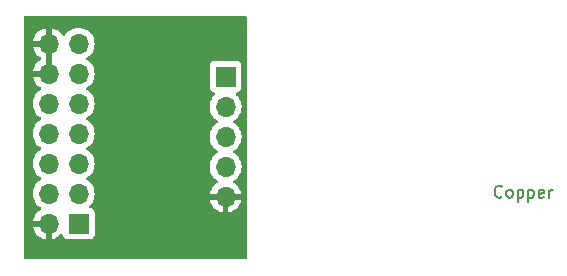
<source format=gbr>
%TF.GenerationSoftware,KiCad,Pcbnew,7.0.10*%
%TF.CreationDate,2024-07-25T10:46:56+01:00*%
%TF.ProjectId,RL78I1C_PMOD_PROG_ADAPTOR_NON_ISO,524c3738-4931-4435-9f50-4d4f445f5052,0*%
%TF.SameCoordinates,Original*%
%TF.FileFunction,Copper,L2,Bot*%
%TF.FilePolarity,Positive*%
%FSLAX46Y46*%
G04 Gerber Fmt 4.6, Leading zero omitted, Abs format (unit mm)*
G04 Created by KiCad (PCBNEW 7.0.10) date 2024-07-25 10:46:56*
%MOMM*%
%LPD*%
G01*
G04 APERTURE LIST*
%ADD10C,0.150000*%
%TA.AperFunction,NonConductor*%
%ADD11C,0.150000*%
%TD*%
%TA.AperFunction,ComponentPad*%
%ADD12R,1.700000X1.700000*%
%TD*%
%TA.AperFunction,ComponentPad*%
%ADD13O,1.700000X1.700000*%
%TD*%
G04 APERTURE END LIST*
D10*
D11*
X179108207Y-99474580D02*
X179060588Y-99522200D01*
X179060588Y-99522200D02*
X178917731Y-99569819D01*
X178917731Y-99569819D02*
X178822493Y-99569819D01*
X178822493Y-99569819D02*
X178679636Y-99522200D01*
X178679636Y-99522200D02*
X178584398Y-99426961D01*
X178584398Y-99426961D02*
X178536779Y-99331723D01*
X178536779Y-99331723D02*
X178489160Y-99141247D01*
X178489160Y-99141247D02*
X178489160Y-98998390D01*
X178489160Y-98998390D02*
X178536779Y-98807914D01*
X178536779Y-98807914D02*
X178584398Y-98712676D01*
X178584398Y-98712676D02*
X178679636Y-98617438D01*
X178679636Y-98617438D02*
X178822493Y-98569819D01*
X178822493Y-98569819D02*
X178917731Y-98569819D01*
X178917731Y-98569819D02*
X179060588Y-98617438D01*
X179060588Y-98617438D02*
X179108207Y-98665057D01*
X179679636Y-99569819D02*
X179584398Y-99522200D01*
X179584398Y-99522200D02*
X179536779Y-99474580D01*
X179536779Y-99474580D02*
X179489160Y-99379342D01*
X179489160Y-99379342D02*
X179489160Y-99093628D01*
X179489160Y-99093628D02*
X179536779Y-98998390D01*
X179536779Y-98998390D02*
X179584398Y-98950771D01*
X179584398Y-98950771D02*
X179679636Y-98903152D01*
X179679636Y-98903152D02*
X179822493Y-98903152D01*
X179822493Y-98903152D02*
X179917731Y-98950771D01*
X179917731Y-98950771D02*
X179965350Y-98998390D01*
X179965350Y-98998390D02*
X180012969Y-99093628D01*
X180012969Y-99093628D02*
X180012969Y-99379342D01*
X180012969Y-99379342D02*
X179965350Y-99474580D01*
X179965350Y-99474580D02*
X179917731Y-99522200D01*
X179917731Y-99522200D02*
X179822493Y-99569819D01*
X179822493Y-99569819D02*
X179679636Y-99569819D01*
X180441541Y-98903152D02*
X180441541Y-99903152D01*
X180441541Y-98950771D02*
X180536779Y-98903152D01*
X180536779Y-98903152D02*
X180727255Y-98903152D01*
X180727255Y-98903152D02*
X180822493Y-98950771D01*
X180822493Y-98950771D02*
X180870112Y-98998390D01*
X180870112Y-98998390D02*
X180917731Y-99093628D01*
X180917731Y-99093628D02*
X180917731Y-99379342D01*
X180917731Y-99379342D02*
X180870112Y-99474580D01*
X180870112Y-99474580D02*
X180822493Y-99522200D01*
X180822493Y-99522200D02*
X180727255Y-99569819D01*
X180727255Y-99569819D02*
X180536779Y-99569819D01*
X180536779Y-99569819D02*
X180441541Y-99522200D01*
X181346303Y-98903152D02*
X181346303Y-99903152D01*
X181346303Y-98950771D02*
X181441541Y-98903152D01*
X181441541Y-98903152D02*
X181632017Y-98903152D01*
X181632017Y-98903152D02*
X181727255Y-98950771D01*
X181727255Y-98950771D02*
X181774874Y-98998390D01*
X181774874Y-98998390D02*
X181822493Y-99093628D01*
X181822493Y-99093628D02*
X181822493Y-99379342D01*
X181822493Y-99379342D02*
X181774874Y-99474580D01*
X181774874Y-99474580D02*
X181727255Y-99522200D01*
X181727255Y-99522200D02*
X181632017Y-99569819D01*
X181632017Y-99569819D02*
X181441541Y-99569819D01*
X181441541Y-99569819D02*
X181346303Y-99522200D01*
X182632017Y-99522200D02*
X182536779Y-99569819D01*
X182536779Y-99569819D02*
X182346303Y-99569819D01*
X182346303Y-99569819D02*
X182251065Y-99522200D01*
X182251065Y-99522200D02*
X182203446Y-99426961D01*
X182203446Y-99426961D02*
X182203446Y-99046009D01*
X182203446Y-99046009D02*
X182251065Y-98950771D01*
X182251065Y-98950771D02*
X182346303Y-98903152D01*
X182346303Y-98903152D02*
X182536779Y-98903152D01*
X182536779Y-98903152D02*
X182632017Y-98950771D01*
X182632017Y-98950771D02*
X182679636Y-99046009D01*
X182679636Y-99046009D02*
X182679636Y-99141247D01*
X182679636Y-99141247D02*
X182203446Y-99236485D01*
X183108208Y-99569819D02*
X183108208Y-98903152D01*
X183108208Y-99093628D02*
X183155827Y-98998390D01*
X183155827Y-98998390D02*
X183203446Y-98950771D01*
X183203446Y-98950771D02*
X183298684Y-98903152D01*
X183298684Y-98903152D02*
X183393922Y-98903152D01*
D12*
%TO.P,J1,1,Pin_1*%
%TO.N,unconnected-(J1-Pin_1-Pad1)*%
X143270400Y-101767200D03*
D13*
%TO.P,J1,2,Pin_2*%
%TO.N,GND*%
X140730400Y-101767200D03*
%TO.P,J1,3,Pin_3*%
%TO.N,unconnected-(J1-Pin_3-Pad3)*%
X143270400Y-99227200D03*
%TO.P,J1,4,Pin_4*%
%TO.N,Net-(J1-Pin_4)*%
X140730400Y-99227200D03*
%TO.P,J1,5,Pin_5*%
%TO.N,/TOOL0*%
X143270400Y-96687200D03*
%TO.P,J1,6,Pin_6*%
%TO.N,/~{RESET_IN}*%
X140730400Y-96687200D03*
%TO.P,J1,7,Pin_7*%
%TO.N,unconnected-(J1-Pin_7-Pad7)*%
X143270400Y-94147200D03*
%TO.P,J1,8,Pin_8*%
%TO.N,VCC*%
X140730400Y-94147200D03*
%TO.P,J1,9,Pin_9*%
X143270400Y-91607200D03*
%TO.P,J1,10,Pin_10*%
%TO.N,/~{RESET_OUT}*%
X140730400Y-91607200D03*
%TO.P,J1,11,Pin_11*%
%TO.N,unconnected-(J1-Pin_11-Pad11)*%
X143270400Y-89067200D03*
%TO.P,J1,12,Pin_12*%
%TO.N,GND*%
X140730400Y-89067200D03*
%TO.P,J1,13,Pin_13*%
%TO.N,/~{RESET_OUT}*%
X143270400Y-86527200D03*
%TO.P,J1,14,Pin_14*%
%TO.N,GND*%
X140730400Y-86527200D03*
%TD*%
D12*
%TO.P,J2,1,Pin_1*%
%TO.N,VCC*%
X155700000Y-89325000D03*
D13*
%TO.P,J2,2,Pin_2*%
%TO.N,/~{RESET_OUT}*%
X155700000Y-91865000D03*
%TO.P,J2,3,Pin_3*%
%TO.N,/~{RESET_IN}*%
X155700000Y-94405000D03*
%TO.P,J2,4,Pin_4*%
%TO.N,/TOOL0*%
X155700000Y-96945000D03*
%TO.P,J2,5,Pin_5*%
%TO.N,GND*%
X155700000Y-99485000D03*
%TD*%
%TA.AperFunction,Conductor*%
%TO.N,GND*%
G36*
X140980400Y-88631698D02*
G01*
X140872715Y-88582520D01*
X140766163Y-88567200D01*
X140694637Y-88567200D01*
X140588085Y-88582520D01*
X140480400Y-88631698D01*
X140480400Y-86962701D01*
X140588085Y-87011880D01*
X140694637Y-87027200D01*
X140766163Y-87027200D01*
X140872715Y-87011880D01*
X140980400Y-86962701D01*
X140980400Y-88631698D01*
G37*
%TD.AperFunction*%
%TA.AperFunction,Conductor*%
G36*
X157443039Y-84219685D02*
G01*
X157488794Y-84272489D01*
X157500000Y-84324000D01*
X157500000Y-104676000D01*
X157480315Y-104743039D01*
X157427511Y-104788794D01*
X157376000Y-104800000D01*
X138724000Y-104800000D01*
X138656961Y-104780315D01*
X138611206Y-104727511D01*
X138600000Y-104676000D01*
X138600000Y-99227200D01*
X139374741Y-99227200D01*
X139395336Y-99462603D01*
X139395338Y-99462613D01*
X139456494Y-99690855D01*
X139456496Y-99690859D01*
X139456497Y-99690863D01*
X139536404Y-99862223D01*
X139556365Y-99905030D01*
X139556367Y-99905034D01*
X139664681Y-100059721D01*
X139691905Y-100098601D01*
X139858999Y-100265695D01*
X140025839Y-100382518D01*
X140044994Y-100395930D01*
X140088619Y-100450507D01*
X140095813Y-100520005D01*
X140064290Y-100582360D01*
X140044995Y-100599080D01*
X139859322Y-100729090D01*
X139859320Y-100729091D01*
X139692291Y-100896120D01*
X139692286Y-100896126D01*
X139556800Y-101089620D01*
X139556799Y-101089622D01*
X139456970Y-101303707D01*
X139456967Y-101303713D01*
X139399764Y-101517199D01*
X139399764Y-101517200D01*
X140296714Y-101517200D01*
X140270907Y-101557356D01*
X140230400Y-101695311D01*
X140230400Y-101839089D01*
X140270907Y-101977044D01*
X140296714Y-102017200D01*
X139399764Y-102017200D01*
X139456967Y-102230686D01*
X139456970Y-102230692D01*
X139556799Y-102444778D01*
X139692294Y-102638282D01*
X139859317Y-102805305D01*
X140052821Y-102940800D01*
X140266907Y-103040629D01*
X140266916Y-103040633D01*
X140480400Y-103097834D01*
X140480400Y-102202701D01*
X140588085Y-102251880D01*
X140694637Y-102267200D01*
X140766163Y-102267200D01*
X140872715Y-102251880D01*
X140980400Y-102202701D01*
X140980400Y-103097833D01*
X141193883Y-103040633D01*
X141193892Y-103040629D01*
X141407978Y-102940800D01*
X141601478Y-102805308D01*
X141723533Y-102683253D01*
X141784856Y-102649768D01*
X141854548Y-102654752D01*
X141910482Y-102696623D01*
X141927397Y-102727601D01*
X141976602Y-102859528D01*
X141976606Y-102859535D01*
X142062852Y-102974744D01*
X142062855Y-102974747D01*
X142178064Y-103060993D01*
X142178071Y-103060997D01*
X142312917Y-103111291D01*
X142312916Y-103111291D01*
X142319844Y-103112035D01*
X142372527Y-103117700D01*
X144168272Y-103117699D01*
X144227883Y-103111291D01*
X144362731Y-103060996D01*
X144477946Y-102974746D01*
X144564196Y-102859531D01*
X144614491Y-102724683D01*
X144620900Y-102665073D01*
X144620899Y-100869328D01*
X144614491Y-100809717D01*
X144613402Y-100806798D01*
X144564197Y-100674871D01*
X144564193Y-100674864D01*
X144477947Y-100559655D01*
X144477944Y-100559652D01*
X144362735Y-100473406D01*
X144362728Y-100473402D01*
X144231317Y-100424389D01*
X144175383Y-100382518D01*
X144150966Y-100317053D01*
X144165818Y-100248780D01*
X144186963Y-100220532D01*
X144308895Y-100098601D01*
X144444435Y-99905030D01*
X144544303Y-99690863D01*
X144605463Y-99462608D01*
X144626059Y-99227200D01*
X144605463Y-98991792D01*
X144544303Y-98763537D01*
X144444435Y-98549371D01*
X144438825Y-98541358D01*
X144308894Y-98355797D01*
X144141802Y-98188706D01*
X144141796Y-98188701D01*
X143956242Y-98058775D01*
X143912617Y-98004198D01*
X143905423Y-97934700D01*
X143936946Y-97872345D01*
X143956242Y-97855625D01*
X144012258Y-97816402D01*
X144141801Y-97725695D01*
X144308895Y-97558601D01*
X144444435Y-97365030D01*
X144544303Y-97150863D01*
X144599463Y-96945000D01*
X154344341Y-96945000D01*
X154364936Y-97180403D01*
X154364938Y-97180413D01*
X154426094Y-97408655D01*
X154426096Y-97408659D01*
X154426097Y-97408663D01*
X154496015Y-97558602D01*
X154525965Y-97622830D01*
X154525967Y-97622834D01*
X154661501Y-97816395D01*
X154661506Y-97816402D01*
X154828597Y-97983493D01*
X154828603Y-97983498D01*
X155014594Y-98113730D01*
X155058219Y-98168307D01*
X155065413Y-98237805D01*
X155033890Y-98300160D01*
X155014595Y-98316880D01*
X154828922Y-98446890D01*
X154828920Y-98446891D01*
X154661891Y-98613920D01*
X154661886Y-98613926D01*
X154526400Y-98807420D01*
X154526399Y-98807422D01*
X154426570Y-99021507D01*
X154426567Y-99021513D01*
X154369364Y-99234999D01*
X154369364Y-99235000D01*
X155266314Y-99235000D01*
X155240507Y-99275156D01*
X155200000Y-99413111D01*
X155200000Y-99556889D01*
X155240507Y-99694844D01*
X155266314Y-99735000D01*
X154369364Y-99735000D01*
X154426567Y-99948486D01*
X154426570Y-99948492D01*
X154526399Y-100162578D01*
X154661894Y-100356082D01*
X154828917Y-100523105D01*
X155022421Y-100658600D01*
X155236507Y-100758429D01*
X155236516Y-100758433D01*
X155450000Y-100815634D01*
X155450000Y-99920501D01*
X155557685Y-99969680D01*
X155664237Y-99985000D01*
X155735763Y-99985000D01*
X155842315Y-99969680D01*
X155950000Y-99920501D01*
X155950000Y-100815633D01*
X156163483Y-100758433D01*
X156163492Y-100758429D01*
X156377578Y-100658600D01*
X156571082Y-100523105D01*
X156738105Y-100356082D01*
X156873600Y-100162578D01*
X156973429Y-99948492D01*
X156973432Y-99948486D01*
X157030636Y-99735000D01*
X156133686Y-99735000D01*
X156159493Y-99694844D01*
X156200000Y-99556889D01*
X156200000Y-99413111D01*
X156159493Y-99275156D01*
X156133686Y-99235000D01*
X157030636Y-99235000D01*
X157030635Y-99234999D01*
X156973432Y-99021513D01*
X156973429Y-99021507D01*
X156873600Y-98807422D01*
X156873599Y-98807420D01*
X156738113Y-98613926D01*
X156738108Y-98613920D01*
X156571078Y-98446890D01*
X156385405Y-98316879D01*
X156341780Y-98262302D01*
X156334588Y-98192804D01*
X156366110Y-98130449D01*
X156385406Y-98113730D01*
X156471902Y-98053165D01*
X156571401Y-97983495D01*
X156738495Y-97816401D01*
X156874035Y-97622830D01*
X156973903Y-97408663D01*
X157035063Y-97180408D01*
X157055659Y-96945000D01*
X157053699Y-96922603D01*
X157035063Y-96709596D01*
X157035063Y-96709592D01*
X156973903Y-96481337D01*
X156874035Y-96267171D01*
X156843488Y-96223544D01*
X156738494Y-96073597D01*
X156571402Y-95906506D01*
X156571396Y-95906501D01*
X156385842Y-95776575D01*
X156342217Y-95721998D01*
X156335023Y-95652500D01*
X156366546Y-95590145D01*
X156385842Y-95573425D01*
X156471902Y-95513165D01*
X156571401Y-95443495D01*
X156738495Y-95276401D01*
X156874035Y-95082830D01*
X156973903Y-94868663D01*
X157035063Y-94640408D01*
X157055659Y-94405000D01*
X157053699Y-94382603D01*
X157035063Y-94169596D01*
X157035063Y-94169592D01*
X156973903Y-93941337D01*
X156874035Y-93727171D01*
X156843488Y-93683544D01*
X156738494Y-93533597D01*
X156571402Y-93366506D01*
X156571396Y-93366501D01*
X156385842Y-93236575D01*
X156342217Y-93181998D01*
X156335023Y-93112500D01*
X156366546Y-93050145D01*
X156385842Y-93033425D01*
X156471902Y-92973165D01*
X156571401Y-92903495D01*
X156738495Y-92736401D01*
X156874035Y-92542830D01*
X156973903Y-92328663D01*
X157035063Y-92100408D01*
X157055659Y-91865000D01*
X157053699Y-91842603D01*
X157035063Y-91629596D01*
X157035063Y-91629592D01*
X156973903Y-91401337D01*
X156874035Y-91187171D01*
X156843487Y-91143544D01*
X156738496Y-90993600D01*
X156685550Y-90940654D01*
X156616567Y-90871671D01*
X156583084Y-90810351D01*
X156588068Y-90740659D01*
X156629939Y-90684725D01*
X156660915Y-90667810D01*
X156792331Y-90618796D01*
X156907546Y-90532546D01*
X156993796Y-90417331D01*
X157044091Y-90282483D01*
X157050500Y-90222873D01*
X157050499Y-88427128D01*
X157044091Y-88367517D01*
X156993796Y-88232669D01*
X156993795Y-88232668D01*
X156993793Y-88232664D01*
X156907547Y-88117455D01*
X156907544Y-88117452D01*
X156792335Y-88031206D01*
X156792328Y-88031202D01*
X156657482Y-87980908D01*
X156657483Y-87980908D01*
X156597883Y-87974501D01*
X156597881Y-87974500D01*
X156597873Y-87974500D01*
X156597864Y-87974500D01*
X154802129Y-87974500D01*
X154802123Y-87974501D01*
X154742516Y-87980908D01*
X154607671Y-88031202D01*
X154607664Y-88031206D01*
X154492455Y-88117452D01*
X154492452Y-88117455D01*
X154406206Y-88232664D01*
X154406202Y-88232671D01*
X154355908Y-88367517D01*
X154349501Y-88427116D01*
X154349501Y-88427123D01*
X154349500Y-88427135D01*
X154349500Y-90222870D01*
X154349501Y-90222876D01*
X154355908Y-90282483D01*
X154406202Y-90417328D01*
X154406206Y-90417335D01*
X154492452Y-90532544D01*
X154492455Y-90532547D01*
X154607664Y-90618793D01*
X154607671Y-90618797D01*
X154739081Y-90667810D01*
X154795015Y-90709681D01*
X154819432Y-90775145D01*
X154804580Y-90843418D01*
X154783430Y-90871673D01*
X154661503Y-90993600D01*
X154525965Y-91187169D01*
X154525964Y-91187171D01*
X154426098Y-91401335D01*
X154426094Y-91401344D01*
X154364938Y-91629586D01*
X154364936Y-91629596D01*
X154344341Y-91864999D01*
X154344341Y-91865000D01*
X154364936Y-92100403D01*
X154364938Y-92100413D01*
X154426094Y-92328655D01*
X154426096Y-92328659D01*
X154426097Y-92328663D01*
X154496015Y-92478602D01*
X154525965Y-92542830D01*
X154525967Y-92542834D01*
X154661501Y-92736395D01*
X154661506Y-92736402D01*
X154828597Y-92903493D01*
X154828603Y-92903498D01*
X155014158Y-93033425D01*
X155057783Y-93088002D01*
X155064977Y-93157500D01*
X155033454Y-93219855D01*
X155014158Y-93236575D01*
X154828597Y-93366505D01*
X154661505Y-93533597D01*
X154525965Y-93727169D01*
X154525964Y-93727171D01*
X154426098Y-93941335D01*
X154426094Y-93941344D01*
X154364938Y-94169586D01*
X154364936Y-94169596D01*
X154344341Y-94404999D01*
X154344341Y-94405000D01*
X154364936Y-94640403D01*
X154364938Y-94640413D01*
X154426094Y-94868655D01*
X154426096Y-94868659D01*
X154426097Y-94868663D01*
X154496015Y-95018602D01*
X154525965Y-95082830D01*
X154525967Y-95082834D01*
X154661501Y-95276395D01*
X154661506Y-95276402D01*
X154828597Y-95443493D01*
X154828603Y-95443498D01*
X155014158Y-95573425D01*
X155057783Y-95628002D01*
X155064977Y-95697500D01*
X155033454Y-95759855D01*
X155014158Y-95776575D01*
X154828597Y-95906505D01*
X154661505Y-96073597D01*
X154525965Y-96267169D01*
X154525964Y-96267171D01*
X154426098Y-96481335D01*
X154426094Y-96481344D01*
X154364938Y-96709586D01*
X154364936Y-96709596D01*
X154344341Y-96944999D01*
X154344341Y-96945000D01*
X144599463Y-96945000D01*
X144605463Y-96922608D01*
X144626059Y-96687200D01*
X144605463Y-96451792D01*
X144544303Y-96223537D01*
X144444435Y-96009371D01*
X144438825Y-96001358D01*
X144308894Y-95815797D01*
X144141802Y-95648706D01*
X144141796Y-95648701D01*
X143956242Y-95518775D01*
X143912617Y-95464198D01*
X143905423Y-95394700D01*
X143936946Y-95332345D01*
X143956242Y-95315625D01*
X144012258Y-95276402D01*
X144141801Y-95185695D01*
X144308895Y-95018601D01*
X144444435Y-94825030D01*
X144544303Y-94610863D01*
X144605463Y-94382608D01*
X144626059Y-94147200D01*
X144605463Y-93911792D01*
X144544303Y-93683537D01*
X144444435Y-93469371D01*
X144438825Y-93461358D01*
X144308894Y-93275797D01*
X144141802Y-93108706D01*
X144141796Y-93108701D01*
X143956242Y-92978775D01*
X143912617Y-92924198D01*
X143905423Y-92854700D01*
X143936946Y-92792345D01*
X143956242Y-92775625D01*
X144012258Y-92736402D01*
X144141801Y-92645695D01*
X144308895Y-92478601D01*
X144444435Y-92285030D01*
X144544303Y-92070863D01*
X144605463Y-91842608D01*
X144626059Y-91607200D01*
X144605463Y-91371792D01*
X144544303Y-91143537D01*
X144444435Y-90929371D01*
X144438825Y-90921358D01*
X144308894Y-90735797D01*
X144141802Y-90568706D01*
X144141796Y-90568701D01*
X143956242Y-90438775D01*
X143912617Y-90384198D01*
X143905423Y-90314700D01*
X143936946Y-90252345D01*
X143956242Y-90235625D01*
X143978426Y-90220091D01*
X144141801Y-90105695D01*
X144308895Y-89938601D01*
X144444435Y-89745030D01*
X144544303Y-89530863D01*
X144605463Y-89302608D01*
X144626059Y-89067200D01*
X144605463Y-88831792D01*
X144544303Y-88603537D01*
X144444435Y-88389371D01*
X144439131Y-88381795D01*
X144308894Y-88195797D01*
X144141802Y-88028706D01*
X144141796Y-88028701D01*
X143956242Y-87898775D01*
X143912617Y-87844198D01*
X143905423Y-87774700D01*
X143936946Y-87712345D01*
X143956242Y-87695625D01*
X143978426Y-87680091D01*
X144141801Y-87565695D01*
X144308895Y-87398601D01*
X144444435Y-87205030D01*
X144544303Y-86990863D01*
X144605463Y-86762608D01*
X144626059Y-86527200D01*
X144605463Y-86291792D01*
X144544303Y-86063537D01*
X144444435Y-85849371D01*
X144439131Y-85841795D01*
X144308894Y-85655797D01*
X144141802Y-85488706D01*
X144141795Y-85488701D01*
X143948234Y-85353167D01*
X143948230Y-85353165D01*
X143948228Y-85353164D01*
X143734063Y-85253297D01*
X143734059Y-85253296D01*
X143734055Y-85253294D01*
X143505813Y-85192138D01*
X143505803Y-85192136D01*
X143270401Y-85171541D01*
X143270399Y-85171541D01*
X143034996Y-85192136D01*
X143034986Y-85192138D01*
X142806744Y-85253294D01*
X142806735Y-85253298D01*
X142592571Y-85353164D01*
X142592569Y-85353165D01*
X142398997Y-85488705D01*
X142231908Y-85655794D01*
X142101669Y-85841795D01*
X142047092Y-85885419D01*
X141977593Y-85892612D01*
X141915239Y-85861090D01*
X141898519Y-85841794D01*
X141768513Y-85656126D01*
X141768508Y-85656120D01*
X141601482Y-85489094D01*
X141407978Y-85353599D01*
X141193892Y-85253770D01*
X141193886Y-85253767D01*
X140980400Y-85196564D01*
X140980400Y-86091698D01*
X140872715Y-86042520D01*
X140766163Y-86027200D01*
X140694637Y-86027200D01*
X140588085Y-86042520D01*
X140480400Y-86091698D01*
X140480400Y-85196564D01*
X140480399Y-85196564D01*
X140266913Y-85253767D01*
X140266907Y-85253770D01*
X140052822Y-85353599D01*
X140052820Y-85353600D01*
X139859326Y-85489086D01*
X139859320Y-85489091D01*
X139692291Y-85656120D01*
X139692286Y-85656126D01*
X139556800Y-85849620D01*
X139556799Y-85849622D01*
X139456970Y-86063707D01*
X139456967Y-86063713D01*
X139399764Y-86277199D01*
X139399764Y-86277200D01*
X140296714Y-86277200D01*
X140270907Y-86317356D01*
X140230400Y-86455311D01*
X140230400Y-86599089D01*
X140270907Y-86737044D01*
X140296714Y-86777200D01*
X139399764Y-86777200D01*
X139456967Y-86990686D01*
X139456970Y-86990692D01*
X139556799Y-87204778D01*
X139692294Y-87398282D01*
X139859317Y-87565305D01*
X140045431Y-87695625D01*
X140089056Y-87750203D01*
X140096248Y-87819701D01*
X140064726Y-87882056D01*
X140045431Y-87898775D01*
X139859322Y-88029090D01*
X139859320Y-88029091D01*
X139692291Y-88196120D01*
X139692286Y-88196126D01*
X139556800Y-88389620D01*
X139556799Y-88389622D01*
X139456970Y-88603707D01*
X139456967Y-88603713D01*
X139399764Y-88817199D01*
X139399764Y-88817200D01*
X140296714Y-88817200D01*
X140270907Y-88857356D01*
X140230400Y-88995311D01*
X140230400Y-89139089D01*
X140270907Y-89277044D01*
X140296714Y-89317200D01*
X139399764Y-89317200D01*
X139456967Y-89530686D01*
X139456970Y-89530692D01*
X139556799Y-89744778D01*
X139692294Y-89938282D01*
X139859317Y-90105305D01*
X140044995Y-90235319D01*
X140088619Y-90289896D01*
X140095812Y-90359395D01*
X140064290Y-90421749D01*
X140044995Y-90438469D01*
X139858994Y-90568708D01*
X139691905Y-90735797D01*
X139556365Y-90929369D01*
X139556364Y-90929371D01*
X139456498Y-91143535D01*
X139456494Y-91143544D01*
X139395338Y-91371786D01*
X139395336Y-91371796D01*
X139374741Y-91607199D01*
X139374741Y-91607200D01*
X139395336Y-91842603D01*
X139395338Y-91842613D01*
X139456494Y-92070855D01*
X139456496Y-92070859D01*
X139456497Y-92070863D01*
X139536404Y-92242223D01*
X139556365Y-92285030D01*
X139556367Y-92285034D01*
X139664681Y-92439721D01*
X139691901Y-92478596D01*
X139691906Y-92478602D01*
X139858997Y-92645693D01*
X139859003Y-92645698D01*
X140044558Y-92775625D01*
X140088183Y-92830202D01*
X140095377Y-92899700D01*
X140063854Y-92962055D01*
X140044558Y-92978775D01*
X139858997Y-93108705D01*
X139691905Y-93275797D01*
X139556365Y-93469369D01*
X139556364Y-93469371D01*
X139456498Y-93683535D01*
X139456494Y-93683544D01*
X139395338Y-93911786D01*
X139395336Y-93911796D01*
X139374741Y-94147199D01*
X139374741Y-94147200D01*
X139395336Y-94382603D01*
X139395338Y-94382613D01*
X139456494Y-94610855D01*
X139456496Y-94610859D01*
X139456497Y-94610863D01*
X139536404Y-94782223D01*
X139556365Y-94825030D01*
X139556367Y-94825034D01*
X139664681Y-94979721D01*
X139691901Y-95018596D01*
X139691906Y-95018602D01*
X139858997Y-95185693D01*
X139859003Y-95185698D01*
X140044558Y-95315625D01*
X140088183Y-95370202D01*
X140095377Y-95439700D01*
X140063854Y-95502055D01*
X140044558Y-95518775D01*
X139858997Y-95648705D01*
X139691905Y-95815797D01*
X139556365Y-96009369D01*
X139556364Y-96009371D01*
X139456498Y-96223535D01*
X139456494Y-96223544D01*
X139395338Y-96451786D01*
X139395336Y-96451796D01*
X139374741Y-96687199D01*
X139374741Y-96687200D01*
X139395336Y-96922603D01*
X139395338Y-96922613D01*
X139456494Y-97150855D01*
X139456496Y-97150859D01*
X139456497Y-97150863D01*
X139536404Y-97322223D01*
X139556365Y-97365030D01*
X139556367Y-97365034D01*
X139664681Y-97519721D01*
X139691901Y-97558596D01*
X139691906Y-97558602D01*
X139858997Y-97725693D01*
X139859003Y-97725698D01*
X140044558Y-97855625D01*
X140088183Y-97910202D01*
X140095377Y-97979700D01*
X140063854Y-98042055D01*
X140044558Y-98058775D01*
X139858997Y-98188705D01*
X139691905Y-98355797D01*
X139556365Y-98549369D01*
X139556364Y-98549371D01*
X139456498Y-98763535D01*
X139456494Y-98763544D01*
X139395338Y-98991786D01*
X139395336Y-98991796D01*
X139374741Y-99227199D01*
X139374741Y-99227200D01*
X138600000Y-99227200D01*
X138600000Y-84324000D01*
X138619685Y-84256961D01*
X138672489Y-84211206D01*
X138724000Y-84200000D01*
X157376000Y-84200000D01*
X157443039Y-84219685D01*
G37*
%TD.AperFunction*%
%TD*%
M02*

</source>
